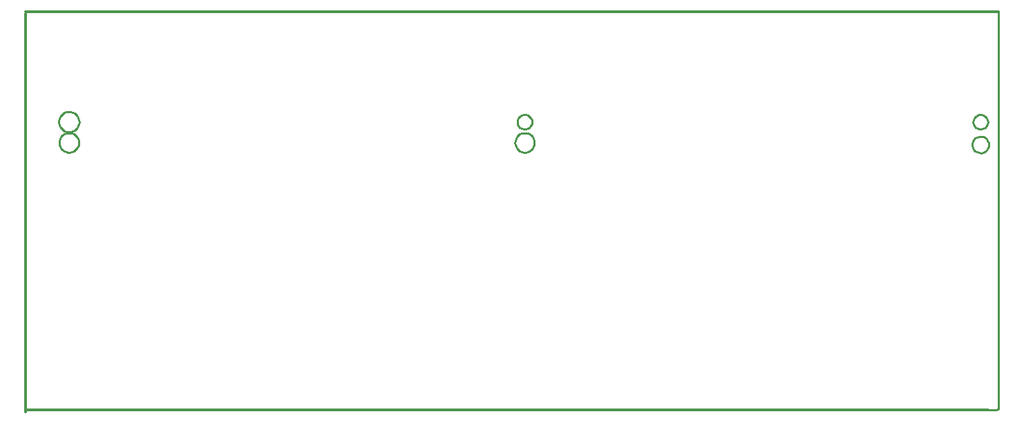
<source format=gko>
G04*
G04 #@! TF.GenerationSoftware,Altium Limited,Altium Designer,21.1.0 (24)*
G04*
G04 Layer_Color=16711935*
%FSLAX25Y25*%
%MOIN*%
G70*
G04*
G04 #@! TF.SameCoordinates,0D440C85-AE3C-4C52-A60E-649D9F504D21*
G04*
G04*
G04 #@! TF.FilePolarity,Positive*
G04*
G01*
G75*
%ADD11C,0.01000*%
%ADD49C,0.01200*%
D11*
X-214921Y0D02*
X-215022Y991D01*
X-215320Y1941D01*
X-215803Y2811D01*
X-216452Y3567D01*
X-217239Y4176D01*
X-218133Y4615D01*
X-219097Y4865D01*
X-220092Y4915D01*
X-221076Y4764D01*
X-222010Y4418D01*
X-222855Y3892D01*
X-223577Y3206D01*
X-224145Y2388D01*
X-224538Y1473D01*
X-224739Y498D01*
Y-498D01*
X-224538Y-1473D01*
X-224145Y-2388D01*
X-223577Y-3206D01*
X-222855Y-3892D01*
X-222010Y-4418D01*
X-221076Y-4764D01*
X-220092Y-4915D01*
X-219097Y-4865D01*
X-218133Y-4615D01*
X-217239Y-4176D01*
X-216452Y-3567D01*
X-215803Y-2811D01*
X-215320Y-1941D01*
X-215022Y-991D01*
X-214921Y0D01*
X223386D02*
X223242Y998D01*
X222823Y1916D01*
X222163Y2678D01*
X221314Y3223D01*
X220347Y3507D01*
X219338D01*
X218371Y3223D01*
X217522Y2678D01*
X216862Y1916D01*
X216443Y998D01*
X216299Y0D01*
X216443Y-998D01*
X216862Y-1916D01*
X217522Y-2678D01*
X218371Y-3223D01*
X219338Y-3507D01*
X220347D01*
X221314Y-3223D01*
X222163Y-2678D01*
X222823Y-1916D01*
X223242Y-998D01*
X223386Y0D01*
X3543D02*
X3400Y998D01*
X2981Y1916D01*
X2320Y2678D01*
X1472Y3223D01*
X504Y3507D01*
X-504D01*
X-1472Y3223D01*
X-2320Y2678D01*
X-2981Y1916D01*
X-3400Y998D01*
X-3543Y0D01*
X-3400Y-998D01*
X-2981Y-1916D01*
X-2320Y-2678D01*
X-1472Y-3223D01*
X-504Y-3507D01*
X504D01*
X1472Y-3223D01*
X2320Y-2678D01*
X2981Y-1916D01*
X3400Y-998D01*
X3543Y0D01*
X4700Y-10000D02*
X4597Y-9023D01*
X4294Y-8088D01*
X3802Y-7237D01*
X3145Y-6507D01*
X2350Y-5930D01*
X1452Y-5530D01*
X491Y-5326D01*
X-491D01*
X-1452Y-5530D01*
X-2350Y-5930D01*
X-3145Y-6507D01*
X-3802Y-7237D01*
X-4294Y-8088D01*
X-4597Y-9023D01*
X-4700Y-10000D01*
X-4597Y-10977D01*
X-4294Y-11912D01*
X-3802Y-12763D01*
X-3145Y-13493D01*
X-2350Y-14070D01*
X-1452Y-14470D01*
X-491Y-14674D01*
X491D01*
X1452Y-14470D01*
X2350Y-14070D01*
X3145Y-13493D01*
X3802Y-12763D01*
X4294Y-11912D01*
X4597Y-10977D01*
X4700Y-10000D01*
X223843Y-11000D02*
X223717Y-10005D01*
X223348Y-9073D01*
X222758Y-8262D01*
X221986Y-7623D01*
X221079Y-7196D01*
X220094Y-7008D01*
X219093Y-7071D01*
X218139Y-7381D01*
X217293Y-7918D01*
X216606Y-8649D01*
X216123Y-9527D01*
X215874Y-10499D01*
Y-11501D01*
X216123Y-12472D01*
X216606Y-13351D01*
X217293Y-14082D01*
X218139Y-14619D01*
X219093Y-14929D01*
X220094Y-14992D01*
X221079Y-14804D01*
X221986Y-14377D01*
X222758Y-13738D01*
X223348Y-12927D01*
X223717Y-11995D01*
X223843Y-11000D01*
X-215142Y-10000D02*
X-215245Y-9023D01*
X-215549Y-8088D01*
X-216040Y-7237D01*
X-216698Y-6507D01*
X-217493Y-5930D01*
X-218390Y-5530D01*
X-219351Y-5326D01*
X-220334D01*
X-221295Y-5530D01*
X-222193Y-5930D01*
X-222987Y-6507D01*
X-223645Y-7237D01*
X-224136Y-8088D01*
X-224440Y-9023D01*
X-224542Y-10000D01*
X-224440Y-10977D01*
X-224136Y-11912D01*
X-223645Y-12763D01*
X-222987Y-13493D01*
X-222193Y-14070D01*
X-221295Y-14470D01*
X-220334Y-14674D01*
X-219351D01*
X-218390Y-14470D01*
X-217493Y-14070D01*
X-216698Y-13493D01*
X-216040Y-12763D01*
X-215549Y-11912D01*
X-215245Y-10977D01*
X-215142Y-10000D01*
X228600Y-138655D02*
Y53296D01*
X227255Y-139000D02*
X228600Y-138655D01*
X223400Y-139000D02*
X227255D01*
D49*
X-240732Y-140000D02*
Y52200D01*
X-240763Y53350D02*
X-50700Y53300D01*
X-240732Y-139000D02*
X223400D01*
X-51800Y53300D02*
X228600Y53296D01*
M02*

</source>
